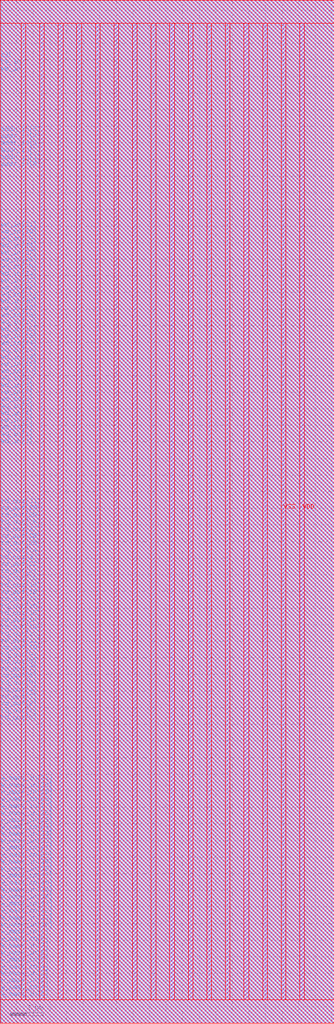
<source format=lef>
VERSION 5.7 ;
BUSBITCHARS "[]" ;
MACRO fakeram45_64x32
  FOREIGN fakeram45_64x32 0 0 ;
  SYMMETRY X Y R90 ;
  SIZE 20.140 BY 61.600 ;
  CLASS BLOCK ;
  PIN w_mask_in[0]
    DIRECTION INPUT ;
    USE SIGNAL ;
    SHAPE ABUTMENT ;
    PORT
      LAYER metal3 ;
      RECT 0.000 1.400 0.070 1.470 ;
    END
  END w_mask_in[0]
  PIN w_mask_in[1]
    DIRECTION INPUT ;
    USE SIGNAL ;
    SHAPE ABUTMENT ;
    PORT
      LAYER metal3 ;
      RECT 0.000 1.820 0.070 1.890 ;
    END
  END w_mask_in[1]
  PIN w_mask_in[2]
    DIRECTION INPUT ;
    USE SIGNAL ;
    SHAPE ABUTMENT ;
    PORT
      LAYER metal3 ;
      RECT 0.000 2.240 0.070 2.310 ;
    END
  END w_mask_in[2]
  PIN w_mask_in[3]
    DIRECTION INPUT ;
    USE SIGNAL ;
    SHAPE ABUTMENT ;
    PORT
      LAYER metal3 ;
      RECT 0.000 2.660 0.070 2.730 ;
    END
  END w_mask_in[3]
  PIN w_mask_in[4]
    DIRECTION INPUT ;
    USE SIGNAL ;
    SHAPE ABUTMENT ;
    PORT
      LAYER metal3 ;
      RECT 0.000 3.080 0.070 3.150 ;
    END
  END w_mask_in[4]
  PIN w_mask_in[5]
    DIRECTION INPUT ;
    USE SIGNAL ;
    SHAPE ABUTMENT ;
    PORT
      LAYER metal3 ;
      RECT 0.000 3.500 0.070 3.570 ;
    END
  END w_mask_in[5]
  PIN w_mask_in[6]
    DIRECTION INPUT ;
    USE SIGNAL ;
    SHAPE ABUTMENT ;
    PORT
      LAYER metal3 ;
      RECT 0.000 3.920 0.070 3.990 ;
    END
  END w_mask_in[6]
  PIN w_mask_in[7]
    DIRECTION INPUT ;
    USE SIGNAL ;
    SHAPE ABUTMENT ;
    PORT
      LAYER metal3 ;
      RECT 0.000 4.340 0.070 4.410 ;
    END
  END w_mask_in[7]
  PIN w_mask_in[8]
    DIRECTION INPUT ;
    USE SIGNAL ;
    SHAPE ABUTMENT ;
    PORT
      LAYER metal3 ;
      RECT 0.000 4.760 0.070 4.830 ;
    END
  END w_mask_in[8]
  PIN w_mask_in[9]
    DIRECTION INPUT ;
    USE SIGNAL ;
    SHAPE ABUTMENT ;
    PORT
      LAYER metal3 ;
      RECT 0.000 5.180 0.070 5.250 ;
    END
  END w_mask_in[9]
  PIN w_mask_in[10]
    DIRECTION INPUT ;
    USE SIGNAL ;
    SHAPE ABUTMENT ;
    PORT
      LAYER metal3 ;
      RECT 0.000 5.600 0.070 5.670 ;
    END
  END w_mask_in[10]
  PIN w_mask_in[11]
    DIRECTION INPUT ;
    USE SIGNAL ;
    SHAPE ABUTMENT ;
    PORT
      LAYER metal3 ;
      RECT 0.000 6.020 0.070 6.090 ;
    END
  END w_mask_in[11]
  PIN w_mask_in[12]
    DIRECTION INPUT ;
    USE SIGNAL ;
    SHAPE ABUTMENT ;
    PORT
      LAYER metal3 ;
      RECT 0.000 6.440 0.070 6.510 ;
    END
  END w_mask_in[12]
  PIN w_mask_in[13]
    DIRECTION INPUT ;
    USE SIGNAL ;
    SHAPE ABUTMENT ;
    PORT
      LAYER metal3 ;
      RECT 0.000 6.860 0.070 6.930 ;
    END
  END w_mask_in[13]
  PIN w_mask_in[14]
    DIRECTION INPUT ;
    USE SIGNAL ;
    SHAPE ABUTMENT ;
    PORT
      LAYER metal3 ;
      RECT 0.000 7.280 0.070 7.350 ;
    END
  END w_mask_in[14]
  PIN w_mask_in[15]
    DIRECTION INPUT ;
    USE SIGNAL ;
    SHAPE ABUTMENT ;
    PORT
      LAYER metal3 ;
      RECT 0.000 7.700 0.070 7.770 ;
    END
  END w_mask_in[15]
  PIN w_mask_in[16]
    DIRECTION INPUT ;
    USE SIGNAL ;
    SHAPE ABUTMENT ;
    PORT
      LAYER metal3 ;
      RECT 0.000 8.120 0.070 8.190 ;
    END
  END w_mask_in[16]
  PIN w_mask_in[17]
    DIRECTION INPUT ;
    USE SIGNAL ;
    SHAPE ABUTMENT ;
    PORT
      LAYER metal3 ;
      RECT 0.000 8.540 0.070 8.610 ;
    END
  END w_mask_in[17]
  PIN w_mask_in[18]
    DIRECTION INPUT ;
    USE SIGNAL ;
    SHAPE ABUTMENT ;
    PORT
      LAYER metal3 ;
      RECT 0.000 8.960 0.070 9.030 ;
    END
  END w_mask_in[18]
  PIN w_mask_in[19]
    DIRECTION INPUT ;
    USE SIGNAL ;
    SHAPE ABUTMENT ;
    PORT
      LAYER metal3 ;
      RECT 0.000 9.380 0.070 9.450 ;
    END
  END w_mask_in[19]
  PIN w_mask_in[20]
    DIRECTION INPUT ;
    USE SIGNAL ;
    SHAPE ABUTMENT ;
    PORT
      LAYER metal3 ;
      RECT 0.000 9.800 0.070 9.870 ;
    END
  END w_mask_in[20]
  PIN w_mask_in[21]
    DIRECTION INPUT ;
    USE SIGNAL ;
    SHAPE ABUTMENT ;
    PORT
      LAYER metal3 ;
      RECT 0.000 10.220 0.070 10.290 ;
    END
  END w_mask_in[21]
  PIN w_mask_in[22]
    DIRECTION INPUT ;
    USE SIGNAL ;
    SHAPE ABUTMENT ;
    PORT
      LAYER metal3 ;
      RECT 0.000 10.640 0.070 10.710 ;
    END
  END w_mask_in[22]
  PIN w_mask_in[23]
    DIRECTION INPUT ;
    USE SIGNAL ;
    SHAPE ABUTMENT ;
    PORT
      LAYER metal3 ;
      RECT 0.000 11.060 0.070 11.130 ;
    END
  END w_mask_in[23]
  PIN w_mask_in[24]
    DIRECTION INPUT ;
    USE SIGNAL ;
    SHAPE ABUTMENT ;
    PORT
      LAYER metal3 ;
      RECT 0.000 11.480 0.070 11.550 ;
    END
  END w_mask_in[24]
  PIN w_mask_in[25]
    DIRECTION INPUT ;
    USE SIGNAL ;
    SHAPE ABUTMENT ;
    PORT
      LAYER metal3 ;
      RECT 0.000 11.900 0.070 11.970 ;
    END
  END w_mask_in[25]
  PIN w_mask_in[26]
    DIRECTION INPUT ;
    USE SIGNAL ;
    SHAPE ABUTMENT ;
    PORT
      LAYER metal3 ;
      RECT 0.000 12.320 0.070 12.390 ;
    END
  END w_mask_in[26]
  PIN w_mask_in[27]
    DIRECTION INPUT ;
    USE SIGNAL ;
    SHAPE ABUTMENT ;
    PORT
      LAYER metal3 ;
      RECT 0.000 12.740 0.070 12.810 ;
    END
  END w_mask_in[27]
  PIN w_mask_in[28]
    DIRECTION INPUT ;
    USE SIGNAL ;
    SHAPE ABUTMENT ;
    PORT
      LAYER metal3 ;
      RECT 0.000 13.160 0.070 13.230 ;
    END
  END w_mask_in[28]
  PIN w_mask_in[29]
    DIRECTION INPUT ;
    USE SIGNAL ;
    SHAPE ABUTMENT ;
    PORT
      LAYER metal3 ;
      RECT 0.000 13.580 0.070 13.650 ;
    END
  END w_mask_in[29]
  PIN w_mask_in[30]
    DIRECTION INPUT ;
    USE SIGNAL ;
    SHAPE ABUTMENT ;
    PORT
      LAYER metal3 ;
      RECT 0.000 14.000 0.070 14.070 ;
    END
  END w_mask_in[30]
  PIN w_mask_in[31]
    DIRECTION INPUT ;
    USE SIGNAL ;
    SHAPE ABUTMENT ;
    PORT
      LAYER metal3 ;
      RECT 0.000 14.420 0.070 14.490 ;
    END
  END w_mask_in[31]
  PIN rd_out[0]
    DIRECTION OUTPUT ;
    USE SIGNAL ;
    SHAPE ABUTMENT ;
    PORT
      LAYER metal3 ;
      RECT 0.000 18.060 0.070 18.130 ;
    END
  END rd_out[0]
  PIN rd_out[1]
    DIRECTION OUTPUT ;
    USE SIGNAL ;
    SHAPE ABUTMENT ;
    PORT
      LAYER metal3 ;
      RECT 0.000 18.480 0.070 18.550 ;
    END
  END rd_out[1]
  PIN rd_out[2]
    DIRECTION OUTPUT ;
    USE SIGNAL ;
    SHAPE ABUTMENT ;
    PORT
      LAYER metal3 ;
      RECT 0.000 18.900 0.070 18.970 ;
    END
  END rd_out[2]
  PIN rd_out[3]
    DIRECTION OUTPUT ;
    USE SIGNAL ;
    SHAPE ABUTMENT ;
    PORT
      LAYER metal3 ;
      RECT 0.000 19.320 0.070 19.390 ;
    END
  END rd_out[3]
  PIN rd_out[4]
    DIRECTION OUTPUT ;
    USE SIGNAL ;
    SHAPE ABUTMENT ;
    PORT
      LAYER metal3 ;
      RECT 0.000 19.740 0.070 19.810 ;
    END
  END rd_out[4]
  PIN rd_out[5]
    DIRECTION OUTPUT ;
    USE SIGNAL ;
    SHAPE ABUTMENT ;
    PORT
      LAYER metal3 ;
      RECT 0.000 20.160 0.070 20.230 ;
    END
  END rd_out[5]
  PIN rd_out[6]
    DIRECTION OUTPUT ;
    USE SIGNAL ;
    SHAPE ABUTMENT ;
    PORT
      LAYER metal3 ;
      RECT 0.000 20.580 0.070 20.650 ;
    END
  END rd_out[6]
  PIN rd_out[7]
    DIRECTION OUTPUT ;
    USE SIGNAL ;
    SHAPE ABUTMENT ;
    PORT
      LAYER metal3 ;
      RECT 0.000 21.000 0.070 21.070 ;
    END
  END rd_out[7]
  PIN rd_out[8]
    DIRECTION OUTPUT ;
    USE SIGNAL ;
    SHAPE ABUTMENT ;
    PORT
      LAYER metal3 ;
      RECT 0.000 21.420 0.070 21.490 ;
    END
  END rd_out[8]
  PIN rd_out[9]
    DIRECTION OUTPUT ;
    USE SIGNAL ;
    SHAPE ABUTMENT ;
    PORT
      LAYER metal3 ;
      RECT 0.000 21.840 0.070 21.910 ;
    END
  END rd_out[9]
  PIN rd_out[10]
    DIRECTION OUTPUT ;
    USE SIGNAL ;
    SHAPE ABUTMENT ;
    PORT
      LAYER metal3 ;
      RECT 0.000 22.260 0.070 22.330 ;
    END
  END rd_out[10]
  PIN rd_out[11]
    DIRECTION OUTPUT ;
    USE SIGNAL ;
    SHAPE ABUTMENT ;
    PORT
      LAYER metal3 ;
      RECT 0.000 22.680 0.070 22.750 ;
    END
  END rd_out[11]
  PIN rd_out[12]
    DIRECTION OUTPUT ;
    USE SIGNAL ;
    SHAPE ABUTMENT ;
    PORT
      LAYER metal3 ;
      RECT 0.000 23.100 0.070 23.170 ;
    END
  END rd_out[12]
  PIN rd_out[13]
    DIRECTION OUTPUT ;
    USE SIGNAL ;
    SHAPE ABUTMENT ;
    PORT
      LAYER metal3 ;
      RECT 0.000 23.520 0.070 23.590 ;
    END
  END rd_out[13]
  PIN rd_out[14]
    DIRECTION OUTPUT ;
    USE SIGNAL ;
    SHAPE ABUTMENT ;
    PORT
      LAYER metal3 ;
      RECT 0.000 23.940 0.070 24.010 ;
    END
  END rd_out[14]
  PIN rd_out[15]
    DIRECTION OUTPUT ;
    USE SIGNAL ;
    SHAPE ABUTMENT ;
    PORT
      LAYER metal3 ;
      RECT 0.000 24.360 0.070 24.430 ;
    END
  END rd_out[15]
  PIN rd_out[16]
    DIRECTION OUTPUT ;
    USE SIGNAL ;
    SHAPE ABUTMENT ;
    PORT
      LAYER metal3 ;
      RECT 0.000 24.780 0.070 24.850 ;
    END
  END rd_out[16]
  PIN rd_out[17]
    DIRECTION OUTPUT ;
    USE SIGNAL ;
    SHAPE ABUTMENT ;
    PORT
      LAYER metal3 ;
      RECT 0.000 25.200 0.070 25.270 ;
    END
  END rd_out[17]
  PIN rd_out[18]
    DIRECTION OUTPUT ;
    USE SIGNAL ;
    SHAPE ABUTMENT ;
    PORT
      LAYER metal3 ;
      RECT 0.000 25.620 0.070 25.690 ;
    END
  END rd_out[18]
  PIN rd_out[19]
    DIRECTION OUTPUT ;
    USE SIGNAL ;
    SHAPE ABUTMENT ;
    PORT
      LAYER metal3 ;
      RECT 0.000 26.040 0.070 26.110 ;
    END
  END rd_out[19]
  PIN rd_out[20]
    DIRECTION OUTPUT ;
    USE SIGNAL ;
    SHAPE ABUTMENT ;
    PORT
      LAYER metal3 ;
      RECT 0.000 26.460 0.070 26.530 ;
    END
  END rd_out[20]
  PIN rd_out[21]
    DIRECTION OUTPUT ;
    USE SIGNAL ;
    SHAPE ABUTMENT ;
    PORT
      LAYER metal3 ;
      RECT 0.000 26.880 0.070 26.950 ;
    END
  END rd_out[21]
  PIN rd_out[22]
    DIRECTION OUTPUT ;
    USE SIGNAL ;
    SHAPE ABUTMENT ;
    PORT
      LAYER metal3 ;
      RECT 0.000 27.300 0.070 27.370 ;
    END
  END rd_out[22]
  PIN rd_out[23]
    DIRECTION OUTPUT ;
    USE SIGNAL ;
    SHAPE ABUTMENT ;
    PORT
      LAYER metal3 ;
      RECT 0.000 27.720 0.070 27.790 ;
    END
  END rd_out[23]
  PIN rd_out[24]
    DIRECTION OUTPUT ;
    USE SIGNAL ;
    SHAPE ABUTMENT ;
    PORT
      LAYER metal3 ;
      RECT 0.000 28.140 0.070 28.210 ;
    END
  END rd_out[24]
  PIN rd_out[25]
    DIRECTION OUTPUT ;
    USE SIGNAL ;
    SHAPE ABUTMENT ;
    PORT
      LAYER metal3 ;
      RECT 0.000 28.560 0.070 28.630 ;
    END
  END rd_out[25]
  PIN rd_out[26]
    DIRECTION OUTPUT ;
    USE SIGNAL ;
    SHAPE ABUTMENT ;
    PORT
      LAYER metal3 ;
      RECT 0.000 28.980 0.070 29.050 ;
    END
  END rd_out[26]
  PIN rd_out[27]
    DIRECTION OUTPUT ;
    USE SIGNAL ;
    SHAPE ABUTMENT ;
    PORT
      LAYER metal3 ;
      RECT 0.000 29.400 0.070 29.470 ;
    END
  END rd_out[27]
  PIN rd_out[28]
    DIRECTION OUTPUT ;
    USE SIGNAL ;
    SHAPE ABUTMENT ;
    PORT
      LAYER metal3 ;
      RECT 0.000 29.820 0.070 29.890 ;
    END
  END rd_out[28]
  PIN rd_out[29]
    DIRECTION OUTPUT ;
    USE SIGNAL ;
    SHAPE ABUTMENT ;
    PORT
      LAYER metal3 ;
      RECT 0.000 30.240 0.070 30.310 ;
    END
  END rd_out[29]
  PIN rd_out[30]
    DIRECTION OUTPUT ;
    USE SIGNAL ;
    SHAPE ABUTMENT ;
    PORT
      LAYER metal3 ;
      RECT 0.000 30.660 0.070 30.730 ;
    END
  END rd_out[30]
  PIN rd_out[31]
    DIRECTION OUTPUT ;
    USE SIGNAL ;
    SHAPE ABUTMENT ;
    PORT
      LAYER metal3 ;
      RECT 0.000 31.080 0.070 31.150 ;
    END
  END rd_out[31]
  PIN wd_in[0]
    DIRECTION INPUT ;
    USE SIGNAL ;
    SHAPE ABUTMENT ;
    PORT
      LAYER metal3 ;
      RECT 0.000 34.720 0.070 34.790 ;
    END
  END wd_in[0]
  PIN wd_in[1]
    DIRECTION INPUT ;
    USE SIGNAL ;
    SHAPE ABUTMENT ;
    PORT
      LAYER metal3 ;
      RECT 0.000 35.140 0.070 35.210 ;
    END
  END wd_in[1]
  PIN wd_in[2]
    DIRECTION INPUT ;
    USE SIGNAL ;
    SHAPE ABUTMENT ;
    PORT
      LAYER metal3 ;
      RECT 0.000 35.560 0.070 35.630 ;
    END
  END wd_in[2]
  PIN wd_in[3]
    DIRECTION INPUT ;
    USE SIGNAL ;
    SHAPE ABUTMENT ;
    PORT
      LAYER metal3 ;
      RECT 0.000 35.980 0.070 36.050 ;
    END
  END wd_in[3]
  PIN wd_in[4]
    DIRECTION INPUT ;
    USE SIGNAL ;
    SHAPE ABUTMENT ;
    PORT
      LAYER metal3 ;
      RECT 0.000 36.400 0.070 36.470 ;
    END
  END wd_in[4]
  PIN wd_in[5]
    DIRECTION INPUT ;
    USE SIGNAL ;
    SHAPE ABUTMENT ;
    PORT
      LAYER metal3 ;
      RECT 0.000 36.820 0.070 36.890 ;
    END
  END wd_in[5]
  PIN wd_in[6]
    DIRECTION INPUT ;
    USE SIGNAL ;
    SHAPE ABUTMENT ;
    PORT
      LAYER metal3 ;
      RECT 0.000 37.240 0.070 37.310 ;
    END
  END wd_in[6]
  PIN wd_in[7]
    DIRECTION INPUT ;
    USE SIGNAL ;
    SHAPE ABUTMENT ;
    PORT
      LAYER metal3 ;
      RECT 0.000 37.660 0.070 37.730 ;
    END
  END wd_in[7]
  PIN wd_in[8]
    DIRECTION INPUT ;
    USE SIGNAL ;
    SHAPE ABUTMENT ;
    PORT
      LAYER metal3 ;
      RECT 0.000 38.080 0.070 38.150 ;
    END
  END wd_in[8]
  PIN wd_in[9]
    DIRECTION INPUT ;
    USE SIGNAL ;
    SHAPE ABUTMENT ;
    PORT
      LAYER metal3 ;
      RECT 0.000 38.500 0.070 38.570 ;
    END
  END wd_in[9]
  PIN wd_in[10]
    DIRECTION INPUT ;
    USE SIGNAL ;
    SHAPE ABUTMENT ;
    PORT
      LAYER metal3 ;
      RECT 0.000 38.920 0.070 38.990 ;
    END
  END wd_in[10]
  PIN wd_in[11]
    DIRECTION INPUT ;
    USE SIGNAL ;
    SHAPE ABUTMENT ;
    PORT
      LAYER metal3 ;
      RECT 0.000 39.340 0.070 39.410 ;
    END
  END wd_in[11]
  PIN wd_in[12]
    DIRECTION INPUT ;
    USE SIGNAL ;
    SHAPE ABUTMENT ;
    PORT
      LAYER metal3 ;
      RECT 0.000 39.760 0.070 39.830 ;
    END
  END wd_in[12]
  PIN wd_in[13]
    DIRECTION INPUT ;
    USE SIGNAL ;
    SHAPE ABUTMENT ;
    PORT
      LAYER metal3 ;
      RECT 0.000 40.180 0.070 40.250 ;
    END
  END wd_in[13]
  PIN wd_in[14]
    DIRECTION INPUT ;
    USE SIGNAL ;
    SHAPE ABUTMENT ;
    PORT
      LAYER metal3 ;
      RECT 0.000 40.600 0.070 40.670 ;
    END
  END wd_in[14]
  PIN wd_in[15]
    DIRECTION INPUT ;
    USE SIGNAL ;
    SHAPE ABUTMENT ;
    PORT
      LAYER metal3 ;
      RECT 0.000 41.020 0.070 41.090 ;
    END
  END wd_in[15]
  PIN wd_in[16]
    DIRECTION INPUT ;
    USE SIGNAL ;
    SHAPE ABUTMENT ;
    PORT
      LAYER metal3 ;
      RECT 0.000 41.440 0.070 41.510 ;
    END
  END wd_in[16]
  PIN wd_in[17]
    DIRECTION INPUT ;
    USE SIGNAL ;
    SHAPE ABUTMENT ;
    PORT
      LAYER metal3 ;
      RECT 0.000 41.860 0.070 41.930 ;
    END
  END wd_in[17]
  PIN wd_in[18]
    DIRECTION INPUT ;
    USE SIGNAL ;
    SHAPE ABUTMENT ;
    PORT
      LAYER metal3 ;
      RECT 0.000 42.280 0.070 42.350 ;
    END
  END wd_in[18]
  PIN wd_in[19]
    DIRECTION INPUT ;
    USE SIGNAL ;
    SHAPE ABUTMENT ;
    PORT
      LAYER metal3 ;
      RECT 0.000 42.700 0.070 42.770 ;
    END
  END wd_in[19]
  PIN wd_in[20]
    DIRECTION INPUT ;
    USE SIGNAL ;
    SHAPE ABUTMENT ;
    PORT
      LAYER metal3 ;
      RECT 0.000 43.120 0.070 43.190 ;
    END
  END wd_in[20]
  PIN wd_in[21]
    DIRECTION INPUT ;
    USE SIGNAL ;
    SHAPE ABUTMENT ;
    PORT
      LAYER metal3 ;
      RECT 0.000 43.540 0.070 43.610 ;
    END
  END wd_in[21]
  PIN wd_in[22]
    DIRECTION INPUT ;
    USE SIGNAL ;
    SHAPE ABUTMENT ;
    PORT
      LAYER metal3 ;
      RECT 0.000 43.960 0.070 44.030 ;
    END
  END wd_in[22]
  PIN wd_in[23]
    DIRECTION INPUT ;
    USE SIGNAL ;
    SHAPE ABUTMENT ;
    PORT
      LAYER metal3 ;
      RECT 0.000 44.380 0.070 44.450 ;
    END
  END wd_in[23]
  PIN wd_in[24]
    DIRECTION INPUT ;
    USE SIGNAL ;
    SHAPE ABUTMENT ;
    PORT
      LAYER metal3 ;
      RECT 0.000 44.800 0.070 44.870 ;
    END
  END wd_in[24]
  PIN wd_in[25]
    DIRECTION INPUT ;
    USE SIGNAL ;
    SHAPE ABUTMENT ;
    PORT
      LAYER metal3 ;
      RECT 0.000 45.220 0.070 45.290 ;
    END
  END wd_in[25]
  PIN wd_in[26]
    DIRECTION INPUT ;
    USE SIGNAL ;
    SHAPE ABUTMENT ;
    PORT
      LAYER metal3 ;
      RECT 0.000 45.640 0.070 45.710 ;
    END
  END wd_in[26]
  PIN wd_in[27]
    DIRECTION INPUT ;
    USE SIGNAL ;
    SHAPE ABUTMENT ;
    PORT
      LAYER metal3 ;
      RECT 0.000 46.060 0.070 46.130 ;
    END
  END wd_in[27]
  PIN wd_in[28]
    DIRECTION INPUT ;
    USE SIGNAL ;
    SHAPE ABUTMENT ;
    PORT
      LAYER metal3 ;
      RECT 0.000 46.480 0.070 46.550 ;
    END
  END wd_in[28]
  PIN wd_in[29]
    DIRECTION INPUT ;
    USE SIGNAL ;
    SHAPE ABUTMENT ;
    PORT
      LAYER metal3 ;
      RECT 0.000 46.900 0.070 46.970 ;
    END
  END wd_in[29]
  PIN wd_in[30]
    DIRECTION INPUT ;
    USE SIGNAL ;
    SHAPE ABUTMENT ;
    PORT
      LAYER metal3 ;
      RECT 0.000 47.320 0.070 47.390 ;
    END
  END wd_in[30]
  PIN wd_in[31]
    DIRECTION INPUT ;
    USE SIGNAL ;
    SHAPE ABUTMENT ;
    PORT
      LAYER metal3 ;
      RECT 0.000 47.740 0.070 47.810 ;
    END
  END wd_in[31]
  PIN addr_in[0]
    DIRECTION INPUT ;
    USE SIGNAL ;
    SHAPE ABUTMENT ;
    PORT
      LAYER metal3 ;
      RECT 0.000 51.380 0.070 51.450 ;
    END
  END addr_in[0]
  PIN addr_in[1]
    DIRECTION INPUT ;
    USE SIGNAL ;
    SHAPE ABUTMENT ;
    PORT
      LAYER metal3 ;
      RECT 0.000 51.800 0.070 51.870 ;
    END
  END addr_in[1]
  PIN addr_in[2]
    DIRECTION INPUT ;
    USE SIGNAL ;
    SHAPE ABUTMENT ;
    PORT
      LAYER metal3 ;
      RECT 0.000 52.220 0.070 52.290 ;
    END
  END addr_in[2]
  PIN addr_in[3]
    DIRECTION INPUT ;
    USE SIGNAL ;
    SHAPE ABUTMENT ;
    PORT
      LAYER metal3 ;
      RECT 0.000 52.640 0.070 52.710 ;
    END
  END addr_in[3]
  PIN addr_in[4]
    DIRECTION INPUT ;
    USE SIGNAL ;
    SHAPE ABUTMENT ;
    PORT
      LAYER metal3 ;
      RECT 0.000 53.060 0.070 53.130 ;
    END
  END addr_in[4]
  PIN addr_in[5]
    DIRECTION INPUT ;
    USE SIGNAL ;
    SHAPE ABUTMENT ;
    PORT
      LAYER metal3 ;
      RECT 0.000 53.480 0.070 53.550 ;
    END
  END addr_in[5]
  PIN we_in
    DIRECTION INPUT ;
    USE SIGNAL ;
    SHAPE ABUTMENT ;
    PORT
      LAYER metal3 ;
      RECT 0.000 57.120 0.070 57.190 ;
    END
  END we_in
  PIN ce_in
    DIRECTION INPUT ;
    USE SIGNAL ;
    SHAPE ABUTMENT ;
    PORT
      LAYER metal3 ;
      RECT 0.000 57.540 0.070 57.610 ;
    END
  END ce_in
  PIN clk
    DIRECTION INPUT ;
    USE SIGNAL ;
    SHAPE ABUTMENT ;
    PORT
      LAYER metal3 ;
      RECT 0.000 57.960 0.070 58.030 ;
    END
  END clk
  PIN VSS
    DIRECTION INOUT ;
    USE GROUND ;
    PORT
      LAYER metal4 ;
      RECT 1.260 1.400 1.540 60.200 ;
      RECT 3.500 1.400 3.780 60.200 ;
      RECT 5.740 1.400 6.020 60.200 ;
      RECT 7.980 1.400 8.260 60.200 ;
      RECT 10.220 1.400 10.500 60.200 ;
      RECT 12.460 1.400 12.740 60.200 ;
      RECT 14.700 1.400 14.980 60.200 ;
      RECT 16.940 1.400 17.220 60.200 ;
    END
  END VSS
  PIN VDD
    DIRECTION INOUT ;
    USE POWER ;
    PORT
      LAYER metal4 ;
      RECT 2.380 1.400 2.660 60.200 ;
      RECT 4.620 1.400 4.900 60.200 ;
      RECT 6.860 1.400 7.140 60.200 ;
      RECT 9.100 1.400 9.380 60.200 ;
      RECT 11.340 1.400 11.620 60.200 ;
      RECT 13.580 1.400 13.860 60.200 ;
      RECT 15.820 1.400 16.100 60.200 ;
      RECT 18.060 1.400 18.340 60.200 ;
    END
  END VDD
  OBS
    LAYER metal1 ;
    RECT 0 0 20.140 61.600 ;
    LAYER metal2 ;
    RECT 0 0 20.140 61.600 ;
    LAYER metal3 ;
    RECT 0.070 0 20.140 61.600 ;
    RECT 0 0.000 0.070 1.400 ;
    RECT 0 1.470 0.070 1.820 ;
    RECT 0 1.890 0.070 2.240 ;
    RECT 0 2.310 0.070 2.660 ;
    RECT 0 2.730 0.070 3.080 ;
    RECT 0 3.150 0.070 3.500 ;
    RECT 0 3.570 0.070 3.920 ;
    RECT 0 3.990 0.070 4.340 ;
    RECT 0 4.410 0.070 4.760 ;
    RECT 0 4.830 0.070 5.180 ;
    RECT 0 5.250 0.070 5.600 ;
    RECT 0 5.670 0.070 6.020 ;
    RECT 0 6.090 0.070 6.440 ;
    RECT 0 6.510 0.070 6.860 ;
    RECT 0 6.930 0.070 7.280 ;
    RECT 0 7.350 0.070 7.700 ;
    RECT 0 7.770 0.070 8.120 ;
    RECT 0 8.190 0.070 8.540 ;
    RECT 0 8.610 0.070 8.960 ;
    RECT 0 9.030 0.070 9.380 ;
    RECT 0 9.450 0.070 9.800 ;
    RECT 0 9.870 0.070 10.220 ;
    RECT 0 10.290 0.070 10.640 ;
    RECT 0 10.710 0.070 11.060 ;
    RECT 0 11.130 0.070 11.480 ;
    RECT 0 11.550 0.070 11.900 ;
    RECT 0 11.970 0.070 12.320 ;
    RECT 0 12.390 0.070 12.740 ;
    RECT 0 12.810 0.070 13.160 ;
    RECT 0 13.230 0.070 13.580 ;
    RECT 0 13.650 0.070 14.000 ;
    RECT 0 14.070 0.070 14.420 ;
    RECT 0 14.490 0.070 18.060 ;
    RECT 0 18.130 0.070 18.480 ;
    RECT 0 18.550 0.070 18.900 ;
    RECT 0 18.970 0.070 19.320 ;
    RECT 0 19.390 0.070 19.740 ;
    RECT 0 19.810 0.070 20.160 ;
    RECT 0 20.230 0.070 20.580 ;
    RECT 0 20.650 0.070 21.000 ;
    RECT 0 21.070 0.070 21.420 ;
    RECT 0 21.490 0.070 21.840 ;
    RECT 0 21.910 0.070 22.260 ;
    RECT 0 22.330 0.070 22.680 ;
    RECT 0 22.750 0.070 23.100 ;
    RECT 0 23.170 0.070 23.520 ;
    RECT 0 23.590 0.070 23.940 ;
    RECT 0 24.010 0.070 24.360 ;
    RECT 0 24.430 0.070 24.780 ;
    RECT 0 24.850 0.070 25.200 ;
    RECT 0 25.270 0.070 25.620 ;
    RECT 0 25.690 0.070 26.040 ;
    RECT 0 26.110 0.070 26.460 ;
    RECT 0 26.530 0.070 26.880 ;
    RECT 0 26.950 0.070 27.300 ;
    RECT 0 27.370 0.070 27.720 ;
    RECT 0 27.790 0.070 28.140 ;
    RECT 0 28.210 0.070 28.560 ;
    RECT 0 28.630 0.070 28.980 ;
    RECT 0 29.050 0.070 29.400 ;
    RECT 0 29.470 0.070 29.820 ;
    RECT 0 29.890 0.070 30.240 ;
    RECT 0 30.310 0.070 30.660 ;
    RECT 0 30.730 0.070 31.080 ;
    RECT 0 31.150 0.070 34.720 ;
    RECT 0 34.790 0.070 35.140 ;
    RECT 0 35.210 0.070 35.560 ;
    RECT 0 35.630 0.070 35.980 ;
    RECT 0 36.050 0.070 36.400 ;
    RECT 0 36.470 0.070 36.820 ;
    RECT 0 36.890 0.070 37.240 ;
    RECT 0 37.310 0.070 37.660 ;
    RECT 0 37.730 0.070 38.080 ;
    RECT 0 38.150 0.070 38.500 ;
    RECT 0 38.570 0.070 38.920 ;
    RECT 0 38.990 0.070 39.340 ;
    RECT 0 39.410 0.070 39.760 ;
    RECT 0 39.830 0.070 40.180 ;
    RECT 0 40.250 0.070 40.600 ;
    RECT 0 40.670 0.070 41.020 ;
    RECT 0 41.090 0.070 41.440 ;
    RECT 0 41.510 0.070 41.860 ;
    RECT 0 41.930 0.070 42.280 ;
    RECT 0 42.350 0.070 42.700 ;
    RECT 0 42.770 0.070 43.120 ;
    RECT 0 43.190 0.070 43.540 ;
    RECT 0 43.610 0.070 43.960 ;
    RECT 0 44.030 0.070 44.380 ;
    RECT 0 44.450 0.070 44.800 ;
    RECT 0 44.870 0.070 45.220 ;
    RECT 0 45.290 0.070 45.640 ;
    RECT 0 45.710 0.070 46.060 ;
    RECT 0 46.130 0.070 46.480 ;
    RECT 0 46.550 0.070 46.900 ;
    RECT 0 46.970 0.070 47.320 ;
    RECT 0 47.390 0.070 47.740 ;
    RECT 0 47.810 0.070 51.380 ;
    RECT 0 51.450 0.070 51.800 ;
    RECT 0 51.870 0.070 52.220 ;
    RECT 0 52.290 0.070 52.640 ;
    RECT 0 52.710 0.070 53.060 ;
    RECT 0 53.130 0.070 53.480 ;
    RECT 0 53.550 0.070 57.120 ;
    RECT 0 57.190 0.070 57.540 ;
    RECT 0 57.610 0.070 57.960 ;
    RECT 0 58.030 0.070 61.600 ;
    LAYER metal4 ;
    RECT 0 0 20.140 1.400 ;
    RECT 0 60.200 20.140 61.600 ;
    RECT 0.000 1.400 1.260 60.200 ;
    RECT 1.540 1.400 2.380 60.200 ;
    RECT 2.660 1.400 3.500 60.200 ;
    RECT 3.780 1.400 4.620 60.200 ;
    RECT 4.900 1.400 5.740 60.200 ;
    RECT 6.020 1.400 6.860 60.200 ;
    RECT 7.140 1.400 7.980 60.200 ;
    RECT 8.260 1.400 9.100 60.200 ;
    RECT 9.380 1.400 10.220 60.200 ;
    RECT 10.500 1.400 11.340 60.200 ;
    RECT 11.620 1.400 12.460 60.200 ;
    RECT 12.740 1.400 13.580 60.200 ;
    RECT 13.860 1.400 14.700 60.200 ;
    RECT 14.980 1.400 15.820 60.200 ;
    RECT 16.100 1.400 16.940 60.200 ;
    RECT 17.220 1.400 18.060 60.200 ;
    RECT 18.340 1.400 20.140 60.200 ;
    LAYER OVERLAP ;
    RECT 0 0 20.140 61.600 ;
  END
END fakeram45_64x32

END LIBRARY

</source>
